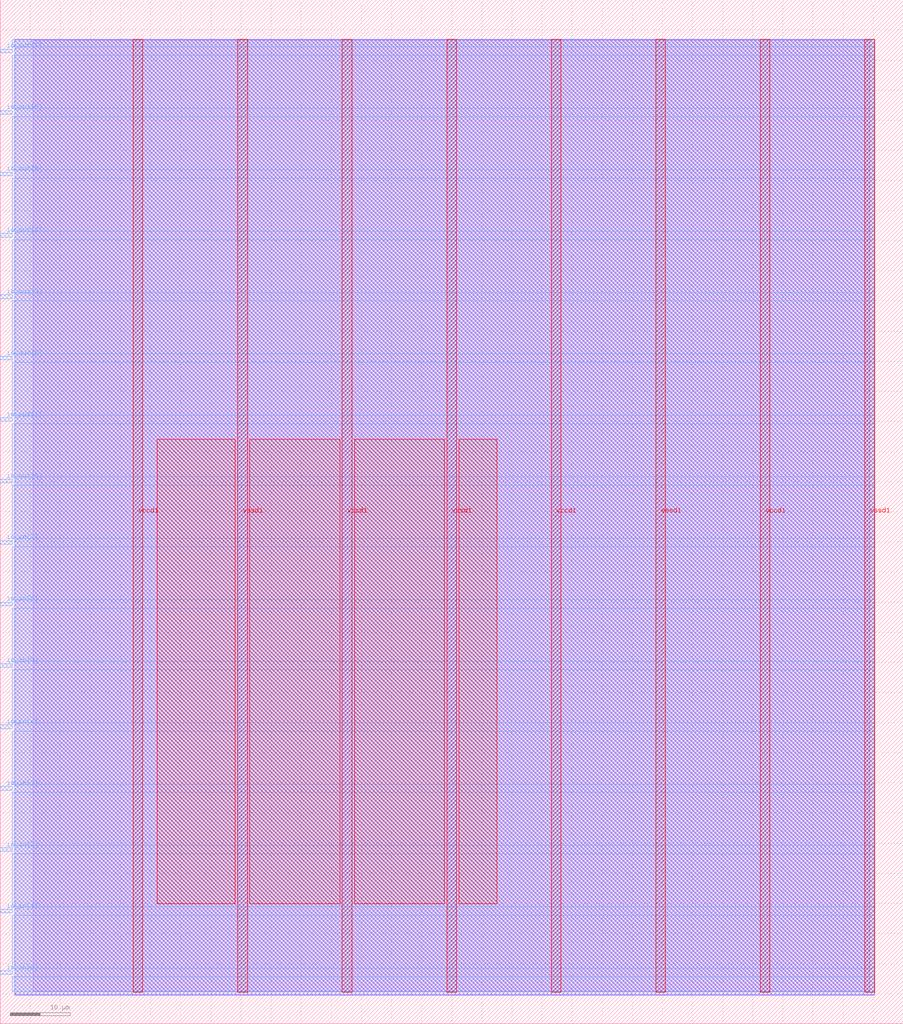
<source format=lef>
VERSION 5.7 ;
  NOWIREEXTENSIONATPIN ON ;
  DIVIDERCHAR "/" ;
  BUSBITCHARS "[]" ;
MACRO ericsmi_speed_test
  CLASS BLOCK ;
  FOREIGN ericsmi_speed_test ;
  ORIGIN 0.000 0.000 ;
  SIZE 150.000 BY 170.000 ;
  PIN io_in[0]
    DIRECTION INPUT ;
    USE SIGNAL ;
    PORT
      LAYER met3 ;
        RECT 0.000 8.200 2.000 8.800 ;
    END
  END io_in[0]
  PIN io_in[1]
    DIRECTION INPUT ;
    USE SIGNAL ;
    PORT
      LAYER met3 ;
        RECT 0.000 18.400 2.000 19.000 ;
    END
  END io_in[1]
  PIN io_in[2]
    DIRECTION INPUT ;
    USE SIGNAL ;
    PORT
      LAYER met3 ;
        RECT 0.000 28.600 2.000 29.200 ;
    END
  END io_in[2]
  PIN io_in[3]
    DIRECTION INPUT ;
    USE SIGNAL ;
    PORT
      LAYER met3 ;
        RECT 0.000 38.800 2.000 39.400 ;
    END
  END io_in[3]
  PIN io_in[4]
    DIRECTION INPUT ;
    USE SIGNAL ;
    PORT
      LAYER met3 ;
        RECT 0.000 49.000 2.000 49.600 ;
    END
  END io_in[4]
  PIN io_in[5]
    DIRECTION INPUT ;
    USE SIGNAL ;
    PORT
      LAYER met3 ;
        RECT 0.000 59.200 2.000 59.800 ;
    END
  END io_in[5]
  PIN io_in[6]
    DIRECTION INPUT ;
    USE SIGNAL ;
    PORT
      LAYER met3 ;
        RECT 0.000 69.400 2.000 70.000 ;
    END
  END io_in[6]
  PIN io_in[7]
    DIRECTION INPUT ;
    USE SIGNAL ;
    PORT
      LAYER met3 ;
        RECT 0.000 79.600 2.000 80.200 ;
    END
  END io_in[7]
  PIN io_out[0]
    DIRECTION OUTPUT TRISTATE ;
    USE SIGNAL ;
    PORT
      LAYER met3 ;
        RECT 0.000 89.800 2.000 90.400 ;
    END
  END io_out[0]
  PIN io_out[1]
    DIRECTION OUTPUT TRISTATE ;
    USE SIGNAL ;
    PORT
      LAYER met3 ;
        RECT 0.000 100.000 2.000 100.600 ;
    END
  END io_out[1]
  PIN io_out[2]
    DIRECTION OUTPUT TRISTATE ;
    USE SIGNAL ;
    PORT
      LAYER met3 ;
        RECT 0.000 110.200 2.000 110.800 ;
    END
  END io_out[2]
  PIN io_out[3]
    DIRECTION OUTPUT TRISTATE ;
    USE SIGNAL ;
    PORT
      LAYER met3 ;
        RECT 0.000 120.400 2.000 121.000 ;
    END
  END io_out[3]
  PIN io_out[4]
    DIRECTION OUTPUT TRISTATE ;
    USE SIGNAL ;
    PORT
      LAYER met3 ;
        RECT 0.000 130.600 2.000 131.200 ;
    END
  END io_out[4]
  PIN io_out[5]
    DIRECTION OUTPUT TRISTATE ;
    USE SIGNAL ;
    PORT
      LAYER met3 ;
        RECT 0.000 140.800 2.000 141.400 ;
    END
  END io_out[5]
  PIN io_out[6]
    DIRECTION OUTPUT TRISTATE ;
    USE SIGNAL ;
    PORT
      LAYER met3 ;
        RECT 0.000 151.000 2.000 151.600 ;
    END
  END io_out[6]
  PIN io_out[7]
    DIRECTION OUTPUT TRISTATE ;
    USE SIGNAL ;
    PORT
      LAYER met3 ;
        RECT 0.000 161.200 2.000 161.800 ;
    END
  END io_out[7]
  PIN vccd1
    DIRECTION INOUT ;
    USE POWER ;
    PORT
      LAYER met4 ;
        RECT 22.085 5.200 23.685 163.440 ;
    END
    PORT
      LAYER met4 ;
        RECT 56.815 5.200 58.415 163.440 ;
    END
    PORT
      LAYER met4 ;
        RECT 91.545 5.200 93.145 163.440 ;
    END
    PORT
      LAYER met4 ;
        RECT 126.275 5.200 127.875 163.440 ;
    END
  END vccd1
  PIN vssd1
    DIRECTION INOUT ;
    USE GROUND ;
    PORT
      LAYER met4 ;
        RECT 39.450 5.200 41.050 163.440 ;
    END
    PORT
      LAYER met4 ;
        RECT 74.180 5.200 75.780 163.440 ;
    END
    PORT
      LAYER met4 ;
        RECT 108.910 5.200 110.510 163.440 ;
    END
    PORT
      LAYER met4 ;
        RECT 143.640 5.200 145.240 163.440 ;
    END
  END vssd1
  OBS
      LAYER li1 ;
        RECT 5.520 5.355 144.440 163.285 ;
      LAYER met1 ;
        RECT 2.370 4.800 145.240 163.440 ;
      LAYER met2 ;
        RECT 2.390 4.770 145.210 163.385 ;
      LAYER met3 ;
        RECT 2.000 162.200 145.230 163.365 ;
        RECT 2.400 160.800 145.230 162.200 ;
        RECT 2.000 152.000 145.230 160.800 ;
        RECT 2.400 150.600 145.230 152.000 ;
        RECT 2.000 141.800 145.230 150.600 ;
        RECT 2.400 140.400 145.230 141.800 ;
        RECT 2.000 131.600 145.230 140.400 ;
        RECT 2.400 130.200 145.230 131.600 ;
        RECT 2.000 121.400 145.230 130.200 ;
        RECT 2.400 120.000 145.230 121.400 ;
        RECT 2.000 111.200 145.230 120.000 ;
        RECT 2.400 109.800 145.230 111.200 ;
        RECT 2.000 101.000 145.230 109.800 ;
        RECT 2.400 99.600 145.230 101.000 ;
        RECT 2.000 90.800 145.230 99.600 ;
        RECT 2.400 89.400 145.230 90.800 ;
        RECT 2.000 80.600 145.230 89.400 ;
        RECT 2.400 79.200 145.230 80.600 ;
        RECT 2.000 70.400 145.230 79.200 ;
        RECT 2.400 69.000 145.230 70.400 ;
        RECT 2.000 60.200 145.230 69.000 ;
        RECT 2.400 58.800 145.230 60.200 ;
        RECT 2.000 50.000 145.230 58.800 ;
        RECT 2.400 48.600 145.230 50.000 ;
        RECT 2.000 39.800 145.230 48.600 ;
        RECT 2.400 38.400 145.230 39.800 ;
        RECT 2.000 29.600 145.230 38.400 ;
        RECT 2.400 28.200 145.230 29.600 ;
        RECT 2.000 19.400 145.230 28.200 ;
        RECT 2.400 18.000 145.230 19.400 ;
        RECT 2.000 9.200 145.230 18.000 ;
        RECT 2.400 7.800 145.230 9.200 ;
        RECT 2.000 5.275 145.230 7.800 ;
      LAYER met4 ;
        RECT 26.055 19.895 39.050 97.065 ;
        RECT 41.450 19.895 56.415 97.065 ;
        RECT 58.815 19.895 73.780 97.065 ;
        RECT 76.180 19.895 82.505 97.065 ;
  END
END ericsmi_speed_test
END LIBRARY


</source>
